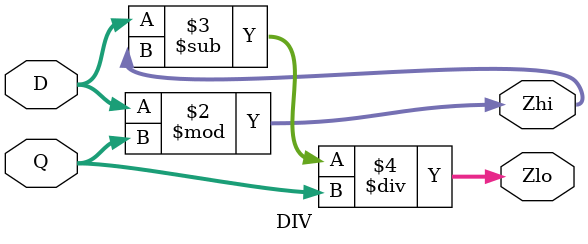
<source format=v>
module DIV(
input signed [31:0] D, Q, 
output reg [31:0] Zhi,Zlo);
	
	always @ (D or Q)
	begin
		Zhi = D % Q;
		Zlo = (D - Zhi) / Q;
	end
				
endmodule
</source>
